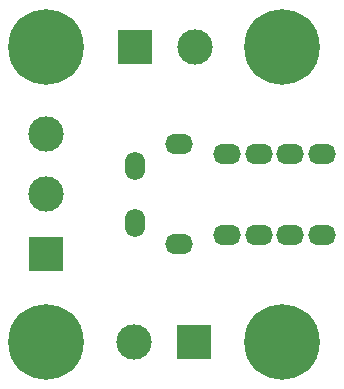
<source format=gbs>
G04 #@! TF.GenerationSoftware,KiCad,Pcbnew,(5.1.8)-1*
G04 #@! TF.CreationDate,2020-12-25T11:22:17+09:00*
G04 #@! TF.ProjectId,bf-023,62662d30-3233-42e6-9b69-6361645f7063,V02L01*
G04 #@! TF.SameCoordinates,Original*
G04 #@! TF.FileFunction,Soldermask,Bot*
G04 #@! TF.FilePolarity,Negative*
%FSLAX46Y46*%
G04 Gerber Fmt 4.6, Leading zero omitted, Abs format (unit mm)*
G04 Created by KiCad (PCBNEW (5.1.8)-1) date 2020-12-25 11:22:17*
%MOMM*%
%LPD*%
G01*
G04 APERTURE LIST*
%ADD10C,3.000000*%
%ADD11R,3.000000X3.000000*%
%ADD12O,1.700000X2.400000*%
%ADD13O,2.350000X1.700000*%
%ADD14C,6.400000*%
G04 APERTURE END LIST*
D10*
X139420000Y-124000000D03*
D11*
X144500000Y-124000000D03*
D12*
X139500000Y-109100000D03*
X139500000Y-113900000D03*
D13*
X143250000Y-107250000D03*
X143250000Y-115750000D03*
X150000000Y-108050000D03*
X150000000Y-114950000D03*
X147300000Y-114950000D03*
X147300000Y-108050000D03*
X152700000Y-108050000D03*
X152700000Y-114950000D03*
X155400000Y-114950000D03*
X155400000Y-108050000D03*
D10*
X144580000Y-99000000D03*
D11*
X139500000Y-99000000D03*
D10*
X132000000Y-106420000D03*
X132000000Y-111500000D03*
D11*
X132000000Y-116580000D03*
D14*
X132000000Y-99000000D03*
X152000000Y-99000000D03*
X132000000Y-124000000D03*
X152000000Y-124000000D03*
M02*

</source>
